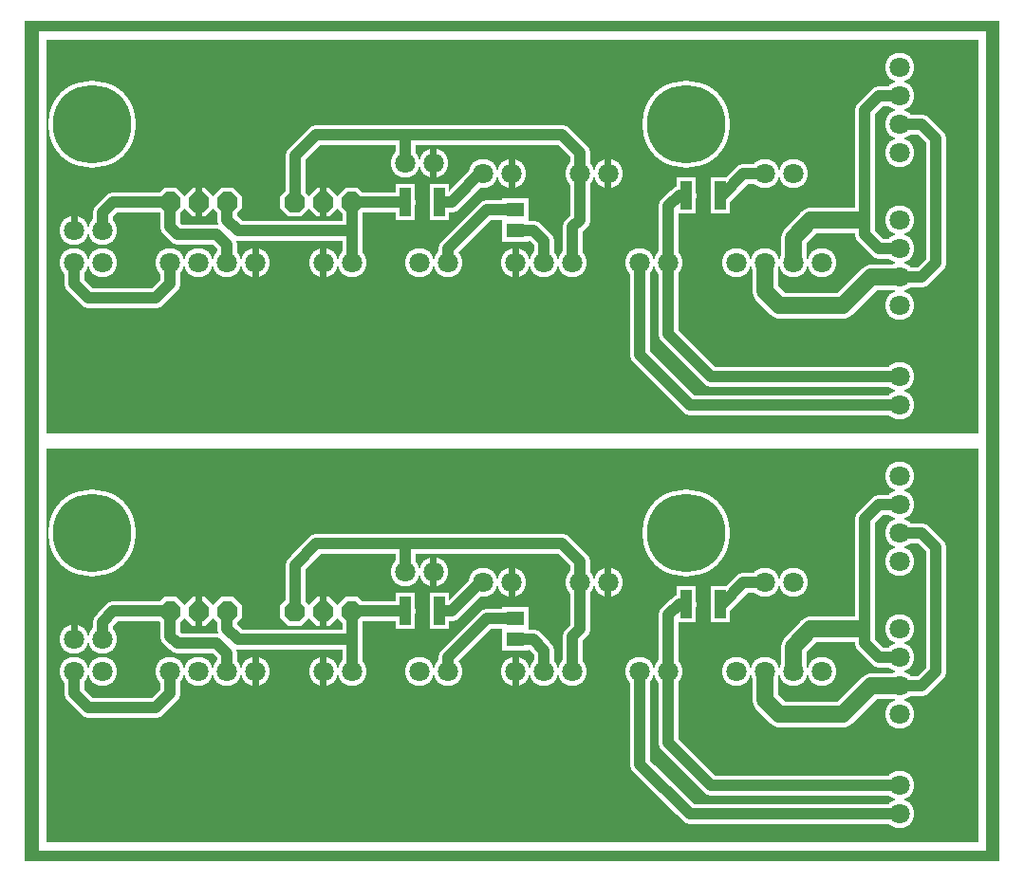
<source format=gbr>
%FSLAX34Y34*%
%MOMM*%
%LNCOPPER_TOP*%
G71*
G01*
%ADD10C, 7.80*%
%ADD11C, 2.60*%
%ADD12C, 1.80*%
%ADD13C, 2.30*%
%ADD14R, 1.80X3.30*%
%ADD15R, 2.40X2.10*%
%ADD16C, 2.60*%
%ADD17C, 0.10*%
%ADD18C, 0.60*%
%ADD19C, 7.00*%
%ADD20C, 1.80*%
%ADD21C, 1.00*%
%ADD22C, 1.50*%
%ADD23R, 1.00X2.50*%
%ADD24R, 1.60X1.30*%
%ADD25C, 1.80*%
%LPD*%
G36*
X0Y1000000D02*
X870000Y1000000D01*
X870000Y250000D01*
X0Y250000D01*
X0Y1000000D01*
G37*
%LPC*%
X60325Y908050D02*
G54D10*
D03*
X590550Y908050D02*
G54D10*
D03*
X781050Y958850D02*
G54D11*
D03*
X781050Y933450D02*
G54D11*
D03*
X781050Y908050D02*
G54D11*
D03*
X781050Y882650D02*
G54D11*
D03*
X781050Y822325D02*
G54D11*
D03*
X781050Y796925D02*
G54D11*
D03*
X781050Y771525D02*
G54D11*
D03*
X781050Y746125D02*
G54D11*
D03*
X781050Y682625D02*
G54D11*
D03*
X781050Y657225D02*
G54D11*
D03*
X711200Y784225D02*
G54D11*
D03*
X685800Y784225D02*
G54D11*
D03*
X660400Y784225D02*
G54D11*
D03*
X635000Y784225D02*
G54D11*
D03*
G54D12*
X781050Y908050D02*
X800100Y908050D01*
X812800Y895350D01*
X812800Y784225D01*
X800100Y771525D01*
X781050Y771525D01*
G54D12*
X781050Y933450D02*
X762000Y933450D01*
X749300Y920750D01*
X749300Y809625D01*
X762000Y796925D01*
X781050Y796925D01*
G54D13*
X685800Y784225D02*
X685800Y806450D01*
X701675Y822325D01*
X742950Y822325D01*
G54D13*
X660400Y784225D02*
X660400Y758825D01*
X673100Y746125D01*
X730250Y746125D01*
X755650Y771525D01*
X781050Y771525D01*
X574675Y784225D02*
G54D11*
D03*
X549275Y784225D02*
G54D11*
D03*
X377825Y784225D02*
G54D11*
D03*
X352425Y784225D02*
G54D11*
D03*
X660400Y863600D02*
G54D11*
D03*
X685800Y863600D02*
G54D11*
D03*
X488950Y784225D02*
G54D11*
D03*
X463550Y784225D02*
G54D11*
D03*
X438150Y784225D02*
G54D11*
D03*
G36*
X117175Y843595D02*
X124780Y851200D01*
X135570Y851200D01*
X143175Y843595D01*
X143175Y832805D01*
X135570Y825200D01*
X124780Y825200D01*
X117175Y832805D01*
X117175Y843595D01*
G37*
G36*
X142575Y843595D02*
X150180Y851200D01*
X160970Y851200D01*
X168575Y843595D01*
X168575Y832805D01*
X160970Y825200D01*
X150180Y825200D01*
X142575Y832805D01*
X142575Y843595D01*
G37*
G36*
X167975Y843595D02*
X175580Y851200D01*
X186370Y851200D01*
X193975Y843595D01*
X193975Y832805D01*
X186370Y825200D01*
X175580Y825200D01*
X167975Y832805D01*
X167975Y843595D01*
G37*
G36*
X142575Y843595D02*
X150180Y851200D01*
X160970Y851200D01*
X168575Y843595D01*
X168575Y832805D01*
X160970Y825200D01*
X150180Y825200D01*
X142575Y832805D01*
X142575Y843595D01*
G37*
X495300Y863600D02*
G54D11*
D03*
X520700Y863600D02*
G54D11*
D03*
G36*
X228300Y843595D02*
X235905Y851200D01*
X246695Y851200D01*
X254300Y843595D01*
X254300Y832805D01*
X246695Y825200D01*
X235905Y825200D01*
X228300Y832805D01*
X228300Y843595D01*
G37*
G36*
X253700Y843595D02*
X261305Y851200D01*
X272095Y851200D01*
X279700Y843595D01*
X279700Y832805D01*
X272095Y825200D01*
X261305Y825200D01*
X253700Y832805D01*
X253700Y843595D01*
G37*
G36*
X279100Y843595D02*
X286705Y851200D01*
X297495Y851200D01*
X305100Y843595D01*
X305100Y832805D01*
X297495Y825200D01*
X286705Y825200D01*
X279100Y832805D01*
X279100Y843595D01*
G37*
G36*
X253700Y843595D02*
X261305Y851200D01*
X272095Y851200D01*
X279700Y843595D01*
X279700Y832805D01*
X272095Y825200D01*
X261305Y825200D01*
X253700Y832805D01*
X253700Y843595D01*
G37*
X206375Y784225D02*
G54D11*
D03*
X180975Y784225D02*
G54D11*
D03*
X155575Y784225D02*
G54D11*
D03*
X130175Y784225D02*
G54D11*
D03*
X292100Y784225D02*
G54D11*
D03*
X266700Y784225D02*
G54D11*
D03*
X69850Y784225D02*
G54D11*
D03*
X44450Y784225D02*
G54D11*
D03*
X590550Y844550D02*
G54D14*
D03*
X621109Y844550D02*
G54D14*
D03*
G54D12*
X660400Y863600D02*
X641350Y863600D01*
X622300Y844550D01*
G54D12*
X590550Y844550D02*
X584200Y844550D01*
X574675Y835025D01*
X574675Y784225D01*
G54D12*
X574675Y784225D02*
X574675Y720725D01*
X612775Y682625D01*
X781050Y682625D01*
G54D12*
X549275Y784225D02*
X549275Y701675D01*
X593725Y657225D01*
X781050Y657225D01*
X409575Y863600D02*
G54D11*
D03*
X434975Y863600D02*
G54D11*
D03*
G54D12*
X44450Y784225D02*
X44450Y765175D01*
X57150Y752475D01*
X117475Y752475D01*
X130175Y765175D01*
X130175Y784225D01*
X438150Y831850D02*
G54D15*
D03*
X438150Y812850D02*
G54D15*
D03*
G54D12*
X377825Y784225D02*
X377825Y796925D01*
X412750Y831850D01*
X438150Y831850D01*
G54D12*
X438150Y812800D02*
X454025Y812800D01*
X463550Y803275D01*
X463550Y784225D01*
X206380Y784230D02*
G54D16*
D03*
X266705Y784230D02*
G54D16*
D03*
X438155Y784230D02*
G54D16*
D03*
X434980Y863605D02*
G54D16*
D03*
X520705Y863605D02*
G54D16*
D03*
G54D12*
X495300Y863600D02*
X495300Y822325D01*
X488950Y815975D01*
X488950Y784225D01*
G54D12*
X180975Y838200D02*
X180975Y822325D01*
X190500Y812800D01*
X292100Y812800D01*
X292100Y784225D01*
G54D12*
X292100Y838200D02*
X292100Y800100D01*
X339725Y838200D02*
G54D14*
D03*
X370284Y838200D02*
G54D14*
D03*
G54D12*
X292100Y838200D02*
X339725Y838200D01*
G54D12*
X371475Y838200D02*
X381000Y838200D01*
X409575Y866775D01*
G54D12*
X241300Y838200D02*
X241300Y879475D01*
X260350Y898525D01*
X479425Y898525D01*
X495300Y882650D01*
X495300Y863600D01*
G54D12*
X130175Y838200D02*
X130175Y815975D01*
X136525Y809625D01*
X171450Y809625D01*
X180975Y800100D01*
X180975Y784225D01*
X339725Y873125D02*
G54D16*
D03*
X365130Y873130D02*
G54D16*
D03*
G54D12*
X339725Y873125D02*
X339725Y898525D01*
X69850Y812800D02*
G54D16*
D03*
X44450Y812800D02*
G54D16*
D03*
G54D12*
X69850Y812800D02*
X69850Y828675D01*
X79375Y838200D01*
X130175Y838200D01*
G36*
X12700Y990600D02*
X857250Y990600D01*
X857250Y984250D01*
X12700Y984250D01*
X12700Y990600D01*
G37*
G54D17*
X12700Y990600D02*
X857250Y990600D01*
X857250Y984250D01*
X12700Y984250D01*
X12700Y990600D01*
G36*
X12700Y990600D02*
X12700Y990600D01*
X12700Y749300D01*
X12700Y749300D01*
X12700Y990600D01*
G37*
G54D17*
X12700Y990600D02*
X12700Y990600D01*
X12700Y749300D01*
X12700Y749300D01*
X12700Y990600D01*
G36*
X12700Y990600D02*
X19050Y990600D01*
X19050Y625475D01*
X12700Y625475D01*
X12700Y990600D01*
G37*
G54D17*
X12700Y990600D02*
X19050Y990600D01*
X19050Y625475D01*
X12700Y625475D01*
X12700Y990600D01*
G36*
X12700Y631825D02*
X857250Y631825D01*
X857250Y625475D01*
X12700Y625475D01*
X12700Y631825D01*
G37*
G54D17*
X12700Y631825D02*
X857250Y631825D01*
X857250Y625475D01*
X12700Y625475D01*
X12700Y631825D01*
G36*
X857250Y625475D02*
X850900Y625475D01*
X850900Y990600D01*
X857250Y990600D01*
X857250Y625475D01*
G37*
G54D17*
X857250Y625475D02*
X850900Y625475D01*
X850900Y990600D01*
X857250Y990600D01*
X857250Y625475D01*
X60325Y542925D02*
G54D10*
D03*
X590550Y542925D02*
G54D10*
D03*
X781050Y593725D02*
G54D11*
D03*
X781050Y568325D02*
G54D11*
D03*
X781050Y542925D02*
G54D11*
D03*
X781050Y517525D02*
G54D11*
D03*
X781050Y457200D02*
G54D11*
D03*
X781050Y431800D02*
G54D11*
D03*
X781050Y406400D02*
G54D11*
D03*
X781050Y381000D02*
G54D11*
D03*
X781050Y317500D02*
G54D11*
D03*
X781050Y292100D02*
G54D11*
D03*
X711200Y419100D02*
G54D11*
D03*
X685800Y419100D02*
G54D11*
D03*
X660400Y419100D02*
G54D11*
D03*
X635000Y419100D02*
G54D11*
D03*
G54D12*
X781050Y542925D02*
X800100Y542925D01*
X812800Y530225D01*
X812800Y419100D01*
X800100Y406400D01*
X781050Y406400D01*
G54D12*
X781050Y568325D02*
X762000Y568325D01*
X749300Y555625D01*
X749300Y444500D01*
X762000Y431800D01*
X781050Y431800D01*
G54D13*
X685800Y419100D02*
X685800Y441325D01*
X701675Y457200D01*
X742950Y457200D01*
G54D13*
X660400Y419100D02*
X660400Y393700D01*
X673100Y381000D01*
X730250Y381000D01*
X755650Y406400D01*
X781050Y406400D01*
X574675Y419100D02*
G54D11*
D03*
X549275Y419100D02*
G54D11*
D03*
X377825Y419100D02*
G54D11*
D03*
X352425Y419100D02*
G54D11*
D03*
X660400Y498475D02*
G54D11*
D03*
X685800Y498475D02*
G54D11*
D03*
X488950Y419100D02*
G54D11*
D03*
X463550Y419100D02*
G54D11*
D03*
X438150Y419100D02*
G54D11*
D03*
G36*
X117175Y478470D02*
X124780Y486075D01*
X135570Y486075D01*
X143175Y478470D01*
X143175Y467680D01*
X135570Y460075D01*
X124780Y460075D01*
X117175Y467680D01*
X117175Y478470D01*
G37*
G36*
X142575Y478470D02*
X150180Y486075D01*
X160970Y486075D01*
X168575Y478470D01*
X168575Y467680D01*
X160970Y460075D01*
X150180Y460075D01*
X142575Y467680D01*
X142575Y478470D01*
G37*
G36*
X167975Y478470D02*
X175580Y486075D01*
X186370Y486075D01*
X193975Y478470D01*
X193975Y467680D01*
X186370Y460075D01*
X175580Y460075D01*
X167975Y467680D01*
X167975Y478470D01*
G37*
G36*
X142575Y478470D02*
X150180Y486075D01*
X160970Y486075D01*
X168575Y478470D01*
X168575Y467680D01*
X160970Y460075D01*
X150180Y460075D01*
X142575Y467680D01*
X142575Y478470D01*
G37*
X495300Y498475D02*
G54D11*
D03*
X520700Y498475D02*
G54D11*
D03*
G36*
X228300Y478470D02*
X235905Y486075D01*
X246695Y486075D01*
X254300Y478470D01*
X254300Y467680D01*
X246695Y460075D01*
X235905Y460075D01*
X228300Y467680D01*
X228300Y478470D01*
G37*
G36*
X253700Y478470D02*
X261305Y486075D01*
X272095Y486075D01*
X279700Y478470D01*
X279700Y467680D01*
X272095Y460075D01*
X261305Y460075D01*
X253700Y467680D01*
X253700Y478470D01*
G37*
G36*
X279100Y478470D02*
X286705Y486075D01*
X297495Y486075D01*
X305100Y478470D01*
X305100Y467680D01*
X297495Y460075D01*
X286705Y460075D01*
X279100Y467680D01*
X279100Y478470D01*
G37*
G36*
X253700Y478470D02*
X261305Y486075D01*
X272095Y486075D01*
X279700Y478470D01*
X279700Y467680D01*
X272095Y460075D01*
X261305Y460075D01*
X253700Y467680D01*
X253700Y478470D01*
G37*
X206375Y419100D02*
G54D11*
D03*
X180975Y419100D02*
G54D11*
D03*
X155575Y419100D02*
G54D11*
D03*
X130175Y419100D02*
G54D11*
D03*
X292100Y419100D02*
G54D11*
D03*
X266700Y419100D02*
G54D11*
D03*
X69850Y419100D02*
G54D11*
D03*
X44450Y419100D02*
G54D11*
D03*
X590550Y479425D02*
G54D14*
D03*
X621109Y479425D02*
G54D14*
D03*
G54D12*
X660400Y498475D02*
X641350Y498475D01*
X622300Y479425D01*
G54D12*
X590550Y479425D02*
X584200Y479425D01*
X574675Y469900D01*
X574675Y419100D01*
G54D12*
X574675Y419100D02*
X574675Y355600D01*
X612775Y317500D01*
X781050Y317500D01*
G54D12*
X549275Y419100D02*
X549275Y336550D01*
X593725Y292100D01*
X781050Y292100D01*
X409575Y498475D02*
G54D11*
D03*
X434975Y498475D02*
G54D11*
D03*
G54D12*
X44450Y419100D02*
X44450Y400050D01*
X57150Y387350D01*
X117475Y387350D01*
X130175Y400050D01*
X130175Y419100D01*
X438150Y466725D02*
G54D15*
D03*
X438150Y447725D02*
G54D15*
D03*
G54D12*
X377825Y419100D02*
X377825Y431800D01*
X412750Y466725D01*
X438150Y466725D01*
G54D12*
X438150Y447675D02*
X454025Y447675D01*
X463550Y438150D01*
X463550Y419100D01*
X206380Y419105D02*
G54D16*
D03*
X266705Y419105D02*
G54D16*
D03*
X438155Y419105D02*
G54D16*
D03*
X434980Y498480D02*
G54D16*
D03*
X520705Y498480D02*
G54D16*
D03*
G54D12*
X495300Y498475D02*
X495300Y457200D01*
X488950Y450850D01*
X488950Y419100D01*
G54D12*
X180975Y473075D02*
X180975Y457200D01*
X190500Y447675D01*
X292100Y447675D01*
X292100Y419100D01*
G54D12*
X292100Y473075D02*
X292100Y434975D01*
X339725Y473075D02*
G54D14*
D03*
X370284Y473075D02*
G54D14*
D03*
G54D12*
X292100Y473075D02*
X339725Y473075D01*
G54D12*
X371475Y473075D02*
X381000Y473075D01*
X409575Y501650D01*
G54D12*
X241300Y473075D02*
X241300Y514350D01*
X260350Y533400D01*
X479425Y533400D01*
X495300Y517525D01*
X495300Y498475D01*
G54D12*
X130175Y473075D02*
X130175Y450850D01*
X136525Y444500D01*
X171450Y444500D01*
X180975Y434975D01*
X180975Y419100D01*
X339725Y508000D02*
G54D16*
D03*
X365130Y508005D02*
G54D16*
D03*
G54D12*
X339725Y508000D02*
X339725Y533400D01*
X69850Y447675D02*
G54D16*
D03*
X44450Y447675D02*
G54D16*
D03*
G54D12*
X69850Y447675D02*
X69850Y463550D01*
X79375Y473075D01*
X130175Y473075D01*
G36*
X12700Y625475D02*
X857250Y625475D01*
X857250Y619125D01*
X12700Y619125D01*
X12700Y625475D01*
G37*
G54D17*
X12700Y625475D02*
X857250Y625475D01*
X857250Y619125D01*
X12700Y619125D01*
X12700Y625475D01*
G36*
X12700Y625475D02*
X12700Y625475D01*
X12700Y384175D01*
X12700Y384175D01*
X12700Y625475D01*
G37*
G54D17*
X12700Y625475D02*
X12700Y625475D01*
X12700Y384175D01*
X12700Y384175D01*
X12700Y625475D01*
G36*
X12700Y625475D02*
X19050Y625475D01*
X19050Y260350D01*
X12700Y260350D01*
X12700Y625475D01*
G37*
G54D17*
X12700Y625475D02*
X19050Y625475D01*
X19050Y260350D01*
X12700Y260350D01*
X12700Y625475D01*
G36*
X12700Y266700D02*
X857250Y266700D01*
X857250Y260350D01*
X12700Y260350D01*
X12700Y266700D01*
G37*
G54D17*
X12700Y266700D02*
X857250Y266700D01*
X857250Y260350D01*
X12700Y260350D01*
X12700Y266700D01*
G36*
X857250Y260350D02*
X850900Y260350D01*
X850900Y625475D01*
X857250Y625475D01*
X857250Y260350D01*
G37*
G54D17*
X857250Y260350D02*
X850900Y260350D01*
X850900Y625475D01*
X857250Y625475D01*
X857250Y260350D01*
%LPD*%
G54D18*
G36*
X152575Y838200D02*
X152575Y851700D01*
X158575Y851700D01*
X158575Y838200D01*
X152575Y838200D01*
G37*
G36*
X158575Y838200D02*
X158575Y824700D01*
X152575Y824700D01*
X152575Y838200D01*
X158575Y838200D01*
G37*
G54D18*
G36*
X263700Y838200D02*
X263700Y851700D01*
X269700Y851700D01*
X269700Y838200D01*
X263700Y838200D01*
G37*
G36*
X269700Y838200D02*
X269700Y824700D01*
X263700Y824700D01*
X263700Y838200D01*
X269700Y838200D01*
G37*
G54D18*
G36*
X203380Y784230D02*
X203380Y797730D01*
X209380Y797730D01*
X209380Y784230D01*
X203380Y784230D01*
G37*
G36*
X209380Y784230D02*
X209380Y770730D01*
X203380Y770730D01*
X203380Y784230D01*
X209380Y784230D01*
G37*
G54D18*
G36*
X263705Y784230D02*
X263705Y797730D01*
X269705Y797730D01*
X269705Y784230D01*
X263705Y784230D01*
G37*
G36*
X269705Y784230D02*
X269705Y770730D01*
X263705Y770730D01*
X263705Y784230D01*
X269705Y784230D01*
G37*
G54D18*
G36*
X435155Y784230D02*
X435155Y797730D01*
X441155Y797730D01*
X441155Y784230D01*
X435155Y784230D01*
G37*
G36*
X441155Y784230D02*
X441155Y770730D01*
X435155Y770730D01*
X435155Y784230D01*
X441155Y784230D01*
G37*
G54D18*
G36*
X431980Y863605D02*
X431980Y877105D01*
X437980Y877105D01*
X437980Y863605D01*
X431980Y863605D01*
G37*
G36*
X437980Y863605D02*
X437980Y850105D01*
X431980Y850105D01*
X431980Y863605D01*
X437980Y863605D01*
G37*
G54D18*
G36*
X517705Y863605D02*
X517705Y877105D01*
X523705Y877105D01*
X523705Y863605D01*
X517705Y863605D01*
G37*
G36*
X523705Y863605D02*
X523705Y850105D01*
X517705Y850105D01*
X517705Y863605D01*
X523705Y863605D01*
G37*
G54D18*
G36*
X362130Y873130D02*
X362130Y886630D01*
X368130Y886630D01*
X368130Y873130D01*
X362130Y873130D01*
G37*
G36*
X368130Y873130D02*
X368130Y859630D01*
X362130Y859630D01*
X362130Y873130D01*
X368130Y873130D01*
G37*
G54D18*
G36*
X41450Y812800D02*
X41450Y826300D01*
X47450Y826300D01*
X47450Y812800D01*
X41450Y812800D01*
G37*
G54D18*
G36*
X152575Y473075D02*
X152575Y486575D01*
X158575Y486575D01*
X158575Y473075D01*
X152575Y473075D01*
G37*
G36*
X158575Y473075D02*
X158575Y459575D01*
X152575Y459575D01*
X152575Y473075D01*
X158575Y473075D01*
G37*
G54D18*
G36*
X263700Y473075D02*
X263700Y486575D01*
X269700Y486575D01*
X269700Y473075D01*
X263700Y473075D01*
G37*
G36*
X269700Y473075D02*
X269700Y459575D01*
X263700Y459575D01*
X263700Y473075D01*
X269700Y473075D01*
G37*
G54D18*
G36*
X203380Y419105D02*
X203380Y432605D01*
X209380Y432605D01*
X209380Y419105D01*
X203380Y419105D01*
G37*
G36*
X209380Y419105D02*
X209380Y405605D01*
X203380Y405605D01*
X203380Y419105D01*
X209380Y419105D01*
G37*
G54D18*
G36*
X263705Y419105D02*
X263705Y432605D01*
X269705Y432605D01*
X269705Y419105D01*
X263705Y419105D01*
G37*
G36*
X269705Y419105D02*
X269705Y405605D01*
X263705Y405605D01*
X263705Y419105D01*
X269705Y419105D01*
G37*
G54D18*
G36*
X435155Y419105D02*
X435155Y432605D01*
X441155Y432605D01*
X441155Y419105D01*
X435155Y419105D01*
G37*
G36*
X441155Y419105D02*
X441155Y405605D01*
X435155Y405605D01*
X435155Y419105D01*
X441155Y419105D01*
G37*
G54D18*
G36*
X431980Y498480D02*
X431980Y511980D01*
X437980Y511980D01*
X437980Y498480D01*
X431980Y498480D01*
G37*
G36*
X437980Y498480D02*
X437980Y484980D01*
X431980Y484980D01*
X431980Y498480D01*
X437980Y498480D01*
G37*
G54D18*
G36*
X517705Y498480D02*
X517705Y511980D01*
X523705Y511980D01*
X523705Y498480D01*
X517705Y498480D01*
G37*
G36*
X523705Y498480D02*
X523705Y484980D01*
X517705Y484980D01*
X517705Y498480D01*
X523705Y498480D01*
G37*
G54D18*
G36*
X362130Y508005D02*
X362130Y521505D01*
X368130Y521505D01*
X368130Y508005D01*
X362130Y508005D01*
G37*
G36*
X368130Y508005D02*
X368130Y494505D01*
X362130Y494505D01*
X362130Y508005D01*
X368130Y508005D01*
G37*
G54D18*
G36*
X41450Y447675D02*
X41450Y461175D01*
X47450Y461175D01*
X47450Y447675D01*
X41450Y447675D01*
G37*
X60325Y908050D02*
G54D19*
D03*
X590550Y908050D02*
G54D19*
D03*
X781050Y958850D02*
G54D20*
D03*
X781050Y933450D02*
G54D20*
D03*
X781050Y908050D02*
G54D20*
D03*
X781050Y882650D02*
G54D20*
D03*
X781050Y822325D02*
G54D20*
D03*
X781050Y796925D02*
G54D20*
D03*
X781050Y771525D02*
G54D20*
D03*
X781050Y746125D02*
G54D20*
D03*
X781050Y682625D02*
G54D20*
D03*
X781050Y657225D02*
G54D20*
D03*
X711200Y784225D02*
G54D20*
D03*
X685800Y784225D02*
G54D20*
D03*
X660400Y784225D02*
G54D20*
D03*
X635000Y784225D02*
G54D20*
D03*
G54D21*
X781050Y908050D02*
X800100Y908050D01*
X812800Y895350D01*
X812800Y784225D01*
X800100Y771525D01*
X781050Y771525D01*
G54D21*
X781050Y933450D02*
X762000Y933450D01*
X749300Y920750D01*
X749300Y809625D01*
X762000Y796925D01*
X781050Y796925D01*
G54D22*
X685800Y784225D02*
X685800Y806450D01*
X701675Y822325D01*
X742950Y822325D01*
G54D22*
X660400Y784225D02*
X660400Y758825D01*
X673100Y746125D01*
X730250Y746125D01*
X755650Y771525D01*
X781050Y771525D01*
X574675Y784225D02*
G54D20*
D03*
X549275Y784225D02*
G54D20*
D03*
X377825Y784225D02*
G54D20*
D03*
X352425Y784225D02*
G54D20*
D03*
X660400Y863600D02*
G54D20*
D03*
X685800Y863600D02*
G54D20*
D03*
X488950Y784225D02*
G54D20*
D03*
X463550Y784225D02*
G54D20*
D03*
X438150Y784225D02*
G54D20*
D03*
G36*
X121175Y841935D02*
X126440Y847200D01*
X133910Y847200D01*
X139175Y841935D01*
X139175Y834465D01*
X133910Y829200D01*
X126440Y829200D01*
X121175Y834465D01*
X121175Y841935D01*
G37*
G36*
X146575Y841935D02*
X151840Y847200D01*
X159310Y847200D01*
X164575Y841935D01*
X164575Y834465D01*
X159310Y829200D01*
X151840Y829200D01*
X146575Y834465D01*
X146575Y841935D01*
G37*
G36*
X171975Y841935D02*
X177240Y847200D01*
X184710Y847200D01*
X189975Y841935D01*
X189975Y834465D01*
X184710Y829200D01*
X177240Y829200D01*
X171975Y834465D01*
X171975Y841935D01*
G37*
G36*
X146575Y841935D02*
X151840Y847200D01*
X159310Y847200D01*
X164575Y841935D01*
X164575Y834465D01*
X159310Y829200D01*
X151840Y829200D01*
X146575Y834465D01*
X146575Y841935D01*
G37*
X495300Y863600D02*
G54D20*
D03*
X520700Y863600D02*
G54D20*
D03*
G36*
X232300Y841935D02*
X237565Y847200D01*
X245035Y847200D01*
X250300Y841935D01*
X250300Y834465D01*
X245035Y829200D01*
X237565Y829200D01*
X232300Y834465D01*
X232300Y841935D01*
G37*
G36*
X257700Y841935D02*
X262965Y847200D01*
X270435Y847200D01*
X275700Y841935D01*
X275700Y834465D01*
X270435Y829200D01*
X262965Y829200D01*
X257700Y834465D01*
X257700Y841935D01*
G37*
G36*
X283100Y841935D02*
X288365Y847200D01*
X295835Y847200D01*
X301100Y841935D01*
X301100Y834465D01*
X295835Y829200D01*
X288365Y829200D01*
X283100Y834465D01*
X283100Y841935D01*
G37*
G36*
X257700Y841935D02*
X262965Y847200D01*
X270435Y847200D01*
X275700Y841935D01*
X275700Y834465D01*
X270435Y829200D01*
X262965Y829200D01*
X257700Y834465D01*
X257700Y841935D01*
G37*
X206375Y784225D02*
G54D20*
D03*
X180975Y784225D02*
G54D20*
D03*
X155575Y784225D02*
G54D20*
D03*
X130175Y784225D02*
G54D20*
D03*
X292100Y784225D02*
G54D20*
D03*
X266700Y784225D02*
G54D20*
D03*
X69850Y784225D02*
G54D20*
D03*
X44450Y784225D02*
G54D20*
D03*
X590550Y844550D02*
G54D23*
D03*
X621109Y844550D02*
G54D23*
D03*
G54D21*
X660400Y863600D02*
X641350Y863600D01*
X622300Y844550D01*
G54D21*
X590550Y844550D02*
X584200Y844550D01*
X574675Y835025D01*
X574675Y784225D01*
G54D21*
X574675Y784225D02*
X574675Y720725D01*
X612775Y682625D01*
X781050Y682625D01*
G54D21*
X549275Y784225D02*
X549275Y701675D01*
X593725Y657225D01*
X781050Y657225D01*
X409575Y863600D02*
G54D20*
D03*
X434975Y863600D02*
G54D20*
D03*
G54D21*
X44450Y784225D02*
X44450Y765175D01*
X57150Y752475D01*
X117475Y752475D01*
X130175Y765175D01*
X130175Y784225D01*
X438150Y831850D02*
G54D24*
D03*
X438150Y812850D02*
G54D24*
D03*
G54D21*
X377825Y784225D02*
X377825Y796925D01*
X412750Y831850D01*
X438150Y831850D01*
G54D21*
X438150Y812800D02*
X454025Y812800D01*
X463550Y803275D01*
X463550Y784225D01*
X206380Y784230D02*
G54D25*
D03*
X266705Y784230D02*
G54D25*
D03*
X438155Y784230D02*
G54D25*
D03*
X434980Y863605D02*
G54D25*
D03*
X520705Y863605D02*
G54D25*
D03*
G54D21*
X495300Y863600D02*
X495300Y822325D01*
X488950Y815975D01*
X488950Y784225D01*
G54D21*
X180975Y838200D02*
X180975Y822325D01*
X190500Y812800D01*
X292100Y812800D01*
X292100Y784225D01*
G54D21*
X292100Y838200D02*
X292100Y800100D01*
X339725Y838200D02*
G54D23*
D03*
X370284Y838200D02*
G54D23*
D03*
G54D21*
X292100Y838200D02*
X339725Y838200D01*
G54D21*
X371475Y838200D02*
X381000Y838200D01*
X409575Y866775D01*
G54D21*
X241300Y838200D02*
X241300Y879475D01*
X260350Y898525D01*
X479425Y898525D01*
X495300Y882650D01*
X495300Y863600D01*
G54D21*
X130175Y838200D02*
X130175Y815975D01*
X136525Y809625D01*
X171450Y809625D01*
X180975Y800100D01*
X180975Y784225D01*
X339725Y873125D02*
G54D25*
D03*
X365130Y873130D02*
G54D25*
D03*
G54D21*
X339725Y873125D02*
X339725Y898525D01*
X69850Y812800D02*
G54D25*
D03*
X44450Y812800D02*
G54D25*
D03*
G54D21*
X69850Y812800D02*
X69850Y828675D01*
X79375Y838200D01*
X130175Y838200D01*
X60325Y542925D02*
G54D19*
D03*
X590550Y542925D02*
G54D19*
D03*
X781050Y593725D02*
G54D20*
D03*
X781050Y568325D02*
G54D20*
D03*
X781050Y542925D02*
G54D20*
D03*
X781050Y517525D02*
G54D20*
D03*
X781050Y457200D02*
G54D20*
D03*
X781050Y431800D02*
G54D20*
D03*
X781050Y406400D02*
G54D20*
D03*
X781050Y381000D02*
G54D20*
D03*
X781050Y317500D02*
G54D20*
D03*
X781050Y292100D02*
G54D20*
D03*
X711200Y419100D02*
G54D20*
D03*
X685800Y419100D02*
G54D20*
D03*
X660400Y419100D02*
G54D20*
D03*
X635000Y419100D02*
G54D20*
D03*
G54D21*
X781050Y542925D02*
X800100Y542925D01*
X812800Y530225D01*
X812800Y419100D01*
X800100Y406400D01*
X781050Y406400D01*
G54D21*
X781050Y568325D02*
X762000Y568325D01*
X749300Y555625D01*
X749300Y444500D01*
X762000Y431800D01*
X781050Y431800D01*
G54D22*
X685800Y419100D02*
X685800Y441325D01*
X701675Y457200D01*
X742950Y457200D01*
G54D22*
X660400Y419100D02*
X660400Y393700D01*
X673100Y381000D01*
X730250Y381000D01*
X755650Y406400D01*
X781050Y406400D01*
X574675Y419100D02*
G54D20*
D03*
X549275Y419100D02*
G54D20*
D03*
X377825Y419100D02*
G54D20*
D03*
X352425Y419100D02*
G54D20*
D03*
X660400Y498475D02*
G54D20*
D03*
X685800Y498475D02*
G54D20*
D03*
X488950Y419100D02*
G54D20*
D03*
X463550Y419100D02*
G54D20*
D03*
X438150Y419100D02*
G54D20*
D03*
G36*
X121175Y476810D02*
X126440Y482075D01*
X133910Y482075D01*
X139175Y476810D01*
X139175Y469340D01*
X133910Y464075D01*
X126440Y464075D01*
X121175Y469340D01*
X121175Y476810D01*
G37*
G36*
X146575Y476810D02*
X151840Y482075D01*
X159310Y482075D01*
X164575Y476810D01*
X164575Y469340D01*
X159310Y464075D01*
X151840Y464075D01*
X146575Y469340D01*
X146575Y476810D01*
G37*
G36*
X171975Y476810D02*
X177240Y482075D01*
X184710Y482075D01*
X189975Y476810D01*
X189975Y469340D01*
X184710Y464075D01*
X177240Y464075D01*
X171975Y469340D01*
X171975Y476810D01*
G37*
G36*
X146575Y476810D02*
X151840Y482075D01*
X159310Y482075D01*
X164575Y476810D01*
X164575Y469340D01*
X159310Y464075D01*
X151840Y464075D01*
X146575Y469340D01*
X146575Y476810D01*
G37*
X495300Y498475D02*
G54D20*
D03*
X520700Y498475D02*
G54D20*
D03*
G36*
X232300Y476810D02*
X237565Y482075D01*
X245035Y482075D01*
X250300Y476810D01*
X250300Y469340D01*
X245035Y464075D01*
X237565Y464075D01*
X232300Y469340D01*
X232300Y476810D01*
G37*
G36*
X257700Y476810D02*
X262965Y482075D01*
X270435Y482075D01*
X275700Y476810D01*
X275700Y469340D01*
X270435Y464075D01*
X262965Y464075D01*
X257700Y469340D01*
X257700Y476810D01*
G37*
G36*
X283100Y476810D02*
X288365Y482075D01*
X295835Y482075D01*
X301100Y476810D01*
X301100Y469340D01*
X295835Y464075D01*
X288365Y464075D01*
X283100Y469340D01*
X283100Y476810D01*
G37*
G36*
X257700Y476810D02*
X262965Y482075D01*
X270435Y482075D01*
X275700Y476810D01*
X275700Y469340D01*
X270435Y464075D01*
X262965Y464075D01*
X257700Y469340D01*
X257700Y476810D01*
G37*
X206375Y419100D02*
G54D20*
D03*
X180975Y419100D02*
G54D20*
D03*
X155575Y419100D02*
G54D20*
D03*
X130175Y419100D02*
G54D20*
D03*
X292100Y419100D02*
G54D20*
D03*
X266700Y419100D02*
G54D20*
D03*
X69850Y419100D02*
G54D20*
D03*
X44450Y419100D02*
G54D20*
D03*
X590550Y479425D02*
G54D23*
D03*
X621109Y479425D02*
G54D23*
D03*
G54D21*
X660400Y498475D02*
X641350Y498475D01*
X622300Y479425D01*
G54D21*
X590550Y479425D02*
X584200Y479425D01*
X574675Y469900D01*
X574675Y419100D01*
G54D21*
X574675Y419100D02*
X574675Y355600D01*
X612775Y317500D01*
X781050Y317500D01*
G54D21*
X549275Y419100D02*
X549275Y336550D01*
X593725Y292100D01*
X781050Y292100D01*
X409575Y498475D02*
G54D20*
D03*
X434975Y498475D02*
G54D20*
D03*
G54D21*
X44450Y419100D02*
X44450Y400050D01*
X57150Y387350D01*
X117475Y387350D01*
X130175Y400050D01*
X130175Y419100D01*
X438150Y466725D02*
G54D24*
D03*
X438150Y447725D02*
G54D24*
D03*
G54D21*
X377825Y419100D02*
X377825Y431800D01*
X412750Y466725D01*
X438150Y466725D01*
G54D21*
X438150Y447675D02*
X454025Y447675D01*
X463550Y438150D01*
X463550Y419100D01*
X206380Y419105D02*
G54D25*
D03*
X266705Y419105D02*
G54D25*
D03*
X438155Y419105D02*
G54D25*
D03*
X434980Y498480D02*
G54D25*
D03*
X520705Y498480D02*
G54D25*
D03*
G54D21*
X495300Y498475D02*
X495300Y457200D01*
X488950Y450850D01*
X488950Y419100D01*
G54D21*
X180975Y473075D02*
X180975Y457200D01*
X190500Y447675D01*
X292100Y447675D01*
X292100Y419100D01*
G54D21*
X292100Y473075D02*
X292100Y434975D01*
X339725Y473075D02*
G54D23*
D03*
X370284Y473075D02*
G54D23*
D03*
G54D21*
X292100Y473075D02*
X339725Y473075D01*
G54D21*
X371475Y473075D02*
X381000Y473075D01*
X409575Y501650D01*
G54D21*
X241300Y473075D02*
X241300Y514350D01*
X260350Y533400D01*
X479425Y533400D01*
X495300Y517525D01*
X495300Y498475D01*
G54D21*
X130175Y473075D02*
X130175Y450850D01*
X136525Y444500D01*
X171450Y444500D01*
X180975Y434975D01*
X180975Y419100D01*
X339725Y508000D02*
G54D25*
D03*
X365130Y508005D02*
G54D25*
D03*
G54D21*
X339725Y508000D02*
X339725Y533400D01*
X69850Y447675D02*
G54D25*
D03*
X44450Y447675D02*
G54D25*
D03*
G54D21*
X69850Y447675D02*
X69850Y463550D01*
X79375Y473075D01*
X130175Y473075D01*
M02*

</source>
